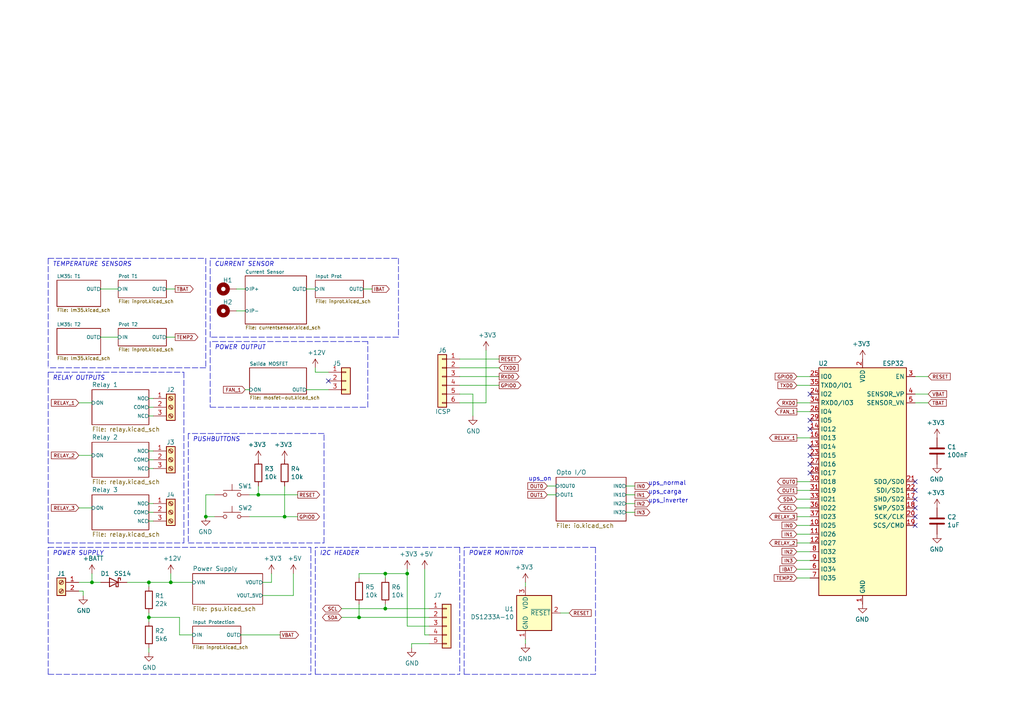
<source format=kicad_sch>
(kicad_sch (version 20211123) (generator eeschema)
  (paper "A4")
  (title_block (title "ESP32 Uninterrupted Power Supply Monitor") (date "2021-06-10") (rev "0.1") (comment 1 "https://github.com/enriquewph/esp32-ups-monitor"))
  (lib_symbols
    (symbol "Connector:Screw_Terminal_01x02" (pin_names (offset 1.016) hide)
      (property "Reference" "J" (at 0 2.54 0))
      (property "Value" "Screw_Terminal_01x02" (at 0 -5.08 0))
      (symbol "Screw_Terminal_01x02_1_1"
        (rectangle (start -1.27 1.27) (end 1.27 -3.81) (stroke (width 0.254)) (fill (type background)))
        (circle (center 0 -2.54) (radius 0.635) (stroke (width 0.1524)))
        (polyline (pts (xy -0.5334 -2.2098) (xy 0.3302 -3.048)) (stroke (width 0.1524)))
        (polyline (pts (xy -0.5334 0.3302) (xy 0.3302 -0.508)) (stroke (width 0.1524)))
        (polyline (pts (xy -0.3556 -2.032) (xy 0.508 -2.8702)) (stroke (width 0.1524)))
        (polyline (pts (xy -0.3556 0.508) (xy 0.508 -0.3302)) (stroke (width 0.1524)))
        (circle (center 0 0) (radius 0.635) (stroke (width 0.1524)))
        (pin passive line (at -5.08 0 0) (length 3.81) (name "Pin_1") (number "1"))
        (pin passive line (at -5.08 -2.54 0) (length 3.81) (name "Pin_2") (number "2"))
      )
    )
    (symbol "Connector:Screw_Terminal_01x03" (pin_names (offset 1.016) hide)
      (property "Reference" "J" (at 0 5.08 0))
      (property "Value" "Screw_Terminal_01x03" (at 0 -5.08 0))
      (symbol "Screw_Terminal_01x03_1_1"
        (rectangle (start -1.27 3.81) (end 1.27 -3.81) (stroke (width 0.254)) (fill (type background)))
        (circle (center 0 -2.54) (radius 0.635) (stroke (width 0.1524)))
        (polyline (pts (xy -0.5334 -2.2098) (xy 0.3302 -3.048)) (stroke (width 0.1524)))
        (polyline (pts (xy -0.5334 0.3302) (xy 0.3302 -0.508)) (stroke (width 0.1524)))
        (polyline (pts (xy -0.5334 2.8702) (xy 0.3302 2.032)) (stroke (width 0.1524)))
        (polyline (pts (xy -0.3556 -2.032) (xy 0.508 -2.8702)) (stroke (width 0.1524)))
        (polyline (pts (xy -0.3556 0.508) (xy 0.508 -0.3302)) (stroke (width 0.1524)))
        (polyline (pts (xy -0.3556 3.048) (xy 0.508 2.2098)) (stroke (width 0.1524)))
        (circle (center 0 0) (radius 0.635) (stroke (width 0.1524)))
        (circle (center 0 2.54) (radius 0.635) (stroke (width 0.1524)))
        (pin passive line (at -5.08 2.54 0) (length 3.81) (name "Pin_1") (number "1"))
        (pin passive line (at -5.08 0 0) (length 3.81) (name "Pin_2") (number "2"))
        (pin passive line (at -5.08 -2.54 0) (length 3.81) (name "Pin_3") (number "3"))
      )
    )
    (symbol "Connector_Generic:Conn_01x03" (pin_names (offset 1.016) hide)
      (property "Reference" "J" (at 0 5.08 0))
      (property "Value" "Conn_01x03" (at 0 -5.08 0))
      (symbol "Conn_01x03_1_1"
        (rectangle (start -1.27 -2.413) (end 0 -2.667) (stroke (width 0.1524)))
        (rectangle (start -1.27 0.127) (end 0 -0.127) (stroke (width 0.1524)))
        (rectangle (start -1.27 2.667) (end 0 2.413) (stroke (width 0.1524)))
        (rectangle (start -1.27 3.81) (end 1.27 -3.81) (stroke (width 0.254)) (fill (type background)))
        (pin passive line (at -5.08 2.54 0) (length 3.81) (name "Pin_1") (number "1"))
        (pin passive line (at -5.08 0 0) (length 3.81) (name "Pin_2") (number "2"))
        (pin passive line (at -5.08 -2.54 0) (length 3.81) (name "Pin_3") (number "3"))
      )
    )
    (symbol "Connector_Generic:Conn_01x05" (pin_names (offset 1.016) hide)
      (property "Reference" "J" (at 0 7.62 0))
      (property "Value" "Conn_01x05" (at 0 -7.62 0))
      (symbol "Conn_01x05_1_1"
        (rectangle (start -1.27 -4.953) (end 0 -5.207) (stroke (width 0.1524)))
        (rectangle (start -1.27 -2.413) (end 0 -2.667) (stroke (width 0.1524)))
        (rectangle (start -1.27 0.127) (end 0 -0.127) (stroke (width 0.1524)))
        (rectangle (start -1.27 2.667) (end 0 2.413) (stroke (width 0.1524)))
        (rectangle (start -1.27 5.207) (end 0 4.953) (stroke (width 0.1524)))
        (rectangle (start -1.27 6.35) (end 1.27 -6.35) (stroke (width 0.254)) (fill (type background)))
        (pin passive line (at -5.08 5.08 0) (length 3.81) (name "Pin_1") (number "1"))
        (pin passive line (at -5.08 2.54 0) (length 3.81) (name "Pin_2") (number "2"))
        (pin passive line (at -5.08 0 0) (length 3.81) (name "Pin_3") (number "3"))
        (pin passive line (at -5.08 -2.54 0) (length 3.81) (name "Pin_4") (number "4"))
        (pin passive line (at -5.08 -5.08 0) (length 3.81) (name "Pin_5") (number "5"))
      )
    )
    (symbol "Connector_Generic:Conn_01x06" (pin_names (offset 1.016) hide)
      (property "Reference" "J" (at 0 7.62 0))
      (property "Value" "Conn_01x06" (at 0 -10.16 0))
      (symbol "Conn_01x06_1_1"
        (rectangle (start -1.27 -7.493) (end 0 -7.747) (stroke (width 0.1524)))
        (rectangle (start -1.27 -4.953) (end 0 -5.207) (stroke (width 0.1524)))
        (rectangle (start -1.27 -2.413) (end 0 -2.667) (stroke (width 0.1524)))
        (rectangle (start -1.27 0.127) (end 0 -0.127) (stroke (width 0.1524)))
        (rectangle (start -1.27 2.667) (end 0 2.413) (stroke (width 0.1524)))
        (rectangle (start -1.27 5.207) (end 0 4.953) (stroke (width 0.1524)))
        (rectangle (start -1.27 6.35) (end 1.27 -8.89) (stroke (width 0.254)) (fill (type background)))
        (pin passive line (at -5.08 5.08 0) (length 3.81) (name "Pin_1") (number "1"))
        (pin passive line (at -5.08 2.54 0) (length 3.81) (name "Pin_2") (number "2"))
        (pin passive line (at -5.08 0 0) (length 3.81) (name "Pin_3") (number "3"))
        (pin passive line (at -5.08 -2.54 0) (length 3.81) (name "Pin_4") (number "4"))
        (pin passive line (at -5.08 -5.08 0) (length 3.81) (name "Pin_5") (number "5"))
        (pin passive line (at -5.08 -7.62 0) (length 3.81) (name "Pin_6") (number "6"))
      )
    )
    (symbol "Device:C" (pin_numbers hide) (pin_names (offset 0.254))
      (property "Reference" "C" (at 0.635 2.54 0))
      (property "Value" "C" (at 0.635 -2.54 0))
      (symbol "C_0_1"
        (polyline (pts (xy -2.032 -0.762) (xy 2.032 -0.762)) (stroke (width 0.508)))
        (polyline (pts (xy -2.032 0.762) (xy 2.032 0.762)) (stroke (width 0.508)))
      )
      (symbol "C_1_1"
        (pin passive line (at 0 3.81 270) (length 2.794) (name "~") (number "1"))
        (pin passive line (at 0 -3.81 90) (length 2.794) (name "~") (number "2"))
      )
    )
    (symbol "Device:R" (pin_numbers hide) (pin_names (offset 0))
      (property "Reference" "R" (at 2.032 0 90))
      (property "Value" "R" (at 0 0 90))
      (symbol "R_0_1"
        (rectangle (start -1.016 -2.54) (end 1.016 2.54) (stroke (width 0.254)))
      )
      (symbol "R_1_1"
        (pin passive line (at 0 3.81 270) (length 1.27) (name "~") (number "1"))
        (pin passive line (at 0 -3.81 90) (length 1.27) (name "~") (number "2"))
      )
    )
    (symbol "Diode:B140-E3" (pin_numbers hide) (pin_names hide)
      (property "Reference" "D" (at 0 2.54 0))
      (property "Value" "B140-E3" (at 0 -2.54 0))
      (symbol "B140-E3_0_1"
        (polyline (pts (xy 1.27 0) (xy -1.27 0)))
        (polyline (pts (xy 1.27 1.27) (xy 1.27 -1.27) (xy -1.27 0) (xy 1.27 1.27)) (stroke (width 0.254)))
        (polyline (pts (xy -1.905 0.635) (xy -1.905 1.27) (xy -1.27 1.27) (xy -1.27 -1.27) (xy -0.635 -1.27) (xy -0.635 -0.635)) (stroke (width 0.254)))
      )
      (symbol "B140-E3_1_1"
        (pin passive line (at -3.81 0 0) (length 2.54) (name "K") (number "1"))
        (pin passive line (at 3.81 0 180) (length 2.54) (name "A") (number "2"))
      )
    )
    (symbol "Mechanical:MountingHole_Pad" (pin_numbers hide) (pin_names (offset 1.016) hide)
      (property "Reference" "H" (at 0 6.35 0))
      (property "Value" "MountingHole_Pad" (at 0 4.445 0))
      (symbol "MountingHole_Pad_0_1"
        (circle (center 0 1.27) (radius 1.27) (stroke (width 1.27)))
      )
      (symbol "MountingHole_Pad_1_1"
        (pin input line (at 0 -2.54 90) (length 2.54) (name "1") (number "1"))
      )
    )
    (symbol "RF_Module:ESP32-WROOM-32"
      (property "Reference" "U" (at -12.7 34.29 0))
      (property "Value" "ESP32-WROOM-32" (at 1.27 34.29 0))
      (symbol "ESP32-WROOM-32_0_1"
        (rectangle (start -12.7 33.02) (end 12.7 -33.02) (stroke (width 0.254)) (fill (type background)))
      )
      (symbol "ESP32-WROOM-32_1_1"
        (pin power_in line (at 0 -35.56 90) (length 2.54) (name "GND") (number "1"))
        (pin bidirectional line (at 15.24 -12.7 180) (length 2.54) (name "IO25") (number "10"))
        (pin bidirectional line (at 15.24 -15.24 180) (length 2.54) (name "IO26") (number "11"))
        (pin bidirectional line (at 15.24 -17.78 180) (length 2.54) (name "IO27") (number "12"))
        (pin bidirectional line (at 15.24 10.16 180) (length 2.54) (name "IO14") (number "13"))
        (pin bidirectional line (at 15.24 15.24 180) (length 2.54) (name "IO12") (number "14"))
        (pin passive line (at 0 -35.56 90) (length 2.54) hide (name "GND") (number "15"))
        (pin bidirectional line (at 15.24 12.7 180) (length 2.54) (name "IO13") (number "16"))
        (pin bidirectional line (at -15.24 -5.08 0) (length 2.54) (name "SHD/SD2") (number "17"))
        (pin bidirectional line (at -15.24 -7.62 0) (length 2.54) (name "SWP/SD3") (number "18"))
        (pin bidirectional line (at -15.24 -12.7 0) (length 2.54) (name "SCS/CMD") (number "19"))
        (pin power_in line (at 0 35.56 270) (length 2.54) (name "VDD") (number "2"))
        (pin bidirectional line (at -15.24 -10.16 0) (length 2.54) (name "SCK/CLK") (number "20"))
        (pin bidirectional line (at -15.24 0 0) (length 2.54) (name "SDO/SD0") (number "21"))
        (pin bidirectional line (at -15.24 -2.54 0) (length 2.54) (name "SDI/SD1") (number "22"))
        (pin bidirectional line (at 15.24 7.62 180) (length 2.54) (name "IO15") (number "23"))
        (pin bidirectional line (at 15.24 25.4 180) (length 2.54) (name "IO2") (number "24"))
        (pin bidirectional line (at 15.24 30.48 180) (length 2.54) (name "IO0") (number "25"))
        (pin bidirectional line (at 15.24 20.32 180) (length 2.54) (name "IO4") (number "26"))
        (pin bidirectional line (at 15.24 5.08 180) (length 2.54) (name "IO16") (number "27"))
        (pin bidirectional line (at 15.24 2.54 180) (length 2.54) (name "IO17") (number "28"))
        (pin bidirectional line (at 15.24 17.78 180) (length 2.54) (name "IO5") (number "29"))
        (pin input line (at -15.24 30.48 0) (length 2.54) (name "EN") (number "3"))
        (pin bidirectional line (at 15.24 0 180) (length 2.54) (name "IO18") (number "30"))
        (pin bidirectional line (at 15.24 -2.54 180) (length 2.54) (name "IO19") (number "31"))
        (pin no_connect line (at -12.7 -27.94 0) (length 2.54) hide (name "NC") (number "32"))
        (pin bidirectional line (at 15.24 -5.08 180) (length 2.54) (name "IO21") (number "33"))
        (pin bidirectional line (at 15.24 22.86 180) (length 2.54) (name "RXD0/IO3") (number "34"))
        (pin bidirectional line (at 15.24 27.94 180) (length 2.54) (name "TXD0/IO1") (number "35"))
        (pin bidirectional line (at 15.24 -7.62 180) (length 2.54) (name "IO22") (number "36"))
        (pin bidirectional line (at 15.24 -10.16 180) (length 2.54) (name "IO23") (number "37"))
        (pin passive line (at 0 -35.56 90) (length 2.54) hide (name "GND") (number "38"))
        (pin passive line (at 0 -35.56 90) (length 2.54) hide (name "GND") (number "39"))
        (pin input line (at -15.24 25.4 0) (length 2.54) (name "SENSOR_VP") (number "4"))
        (pin input line (at -15.24 22.86 0) (length 2.54) (name "SENSOR_VN") (number "5"))
        (pin input line (at 15.24 -25.4 180) (length 2.54) (name "IO34") (number "6"))
        (pin input line (at 15.24 -27.94 180) (length 2.54) (name "IO35") (number "7"))
        (pin bidirectional line (at 15.24 -20.32 180) (length 2.54) (name "IO32") (number "8"))
        (pin bidirectional line (at 15.24 -22.86 180) (length 2.54) (name "IO33") (number "9"))
      )
    )
    (symbol "Switch:SW_Push" (pin_numbers hide) (pin_names (offset 1.016) hide)
      (property "Reference" "SW" (at 1.27 2.54 0))
      (property "Value" "SW_Push" (at 0 -1.524 0))
      (symbol "SW_Push_0_1"
        (circle (center -2.032 0) (radius 0.508))
        (polyline (pts (xy 0 1.27) (xy 0 3.048)))
        (polyline (pts (xy 2.54 1.27) (xy -2.54 1.27)))
        (circle (center 2.032 0) (radius 0.508))
        (pin passive line (at -5.08 0 0) (length 2.54) (name "1") (number "1"))
        (pin passive line (at 5.08 0 180) (length 2.54) (name "2") (number "2"))
      )
    )
    (symbol "components:DS1233" (pin_names (offset 0.254))
      (property "Reference" "U" (at 2.54 8.89 0))
      (property "Value" "DS1233" (at 2.54 6.35 0))
      (symbol "DS1233_0_1"
        (rectangle (start -2.54 5.08) (end 7.62 -5.08) (stroke (width 0.254)) (fill (type background)))
      )
      (symbol "DS1233_1_1"
        (pin power_in line (at 0 -7.62 90) (length 2.54) (name "GND") (number "1"))
        (pin open_collector line (at 10.16 0 180) (length 2.54) (name "~{RESET}") (number "2"))
        (pin power_in line (at 0 7.62 270) (length 2.54) (name "VDD") (number "3"))
      )
    )
    (symbol "power:+12V" (power) (pin_names (offset 0))
      (property "Value" "+12V" (at 0 3.556 0))
      (symbol "+12V_0_1"
        (polyline (pts (xy -0.762 1.27) (xy 0 2.54)))
        (polyline (pts (xy 0 0) (xy 0 2.54)))
        (polyline (pts (xy 0 2.54) (xy 0.762 1.27)))
      )
      (symbol "+12V_1_1"
        (pin power_in line (at 0 0 90) (length 0) hide (name "+12V") (number "1"))
      )
    )
    (symbol "power:+3V3" (power) (pin_names (offset 0))
      (property "Value" "+3V3" (at 0 3.556 0))
      (symbol "+3V3_0_1"
        (polyline (pts (xy -0.762 1.27) (xy 0 2.54)))
        (polyline (pts (xy 0 0) (xy 0 2.54)))
        (polyline (pts (xy 0 2.54) (xy 0.762 1.27)))
      )
      (symbol "+3V3_1_1"
        (pin power_in line (at 0 0 90) (length 0) hide (name "+3V3") (number "1"))
      )
    )
    (symbol "power:+5V" (power) (pin_names (offset 0))
      (property "Value" "+5V" (at 0 3.556 0))
      (symbol "+5V_0_1"
        (polyline (pts (xy -0.762 1.27) (xy 0 2.54)))
        (polyline (pts (xy 0 0) (xy 0 2.54)))
        (polyline (pts (xy 0 2.54) (xy 0.762 1.27)))
      )
      (symbol "+5V_1_1"
        (pin power_in line (at 0 0 90) (length 0) hide (name "+5V") (number "1"))
      )
    )
    (symbol "power:+BATT" (power) (pin_names (offset 0))
      (property "Value" "+BATT" (at 0 3.556 0))
      (symbol "+BATT_0_1"
        (polyline (pts (xy -0.762 1.27) (xy 0 2.54)))
        (polyline (pts (xy 0 0) (xy 0 2.54)))
        (polyline (pts (xy 0 2.54) (xy 0.762 1.27)))
      )
      (symbol "+BATT_1_1"
        (pin power_in line (at 0 0 90) (length 0) hide (name "+BATT") (number "1"))
      )
    )
    (symbol "power:GND" (power) (pin_names (offset 0))
      (property "Value" "GND" (at 0 -3.81 0))
      (symbol "GND_0_1"
        (polyline (pts (xy 0 0) (xy 0 -1.27) (xy 1.27 -1.27) (xy 0 -2.54) (xy -1.27 -1.27) (xy 0 -1.27)))
      )
      (symbol "GND_1_1"
        (pin power_in line (at 0 0 270) (length 0) hide (name "GND") (number "1"))
      )
    )
  )
  (junction (at 82.55 149.86))
  (junction (at 43.18 168.91))
  (junction (at 49.53 168.91))
  (junction (at 43.18 179.07))
  (junction (at 118.11 166.37))
  (junction (at 104.14 179.07))
  (junction (at 74.93 143.51))
  (junction (at 111.76 176.53))
  (junction (at 26.67 168.91))
  (junction (at 111.76 166.37))
  (junction (at 59.69 149.86))
  (no_connect (at 234.95 137.16))
  (no_connect (at 265.43 142.24))
  (no_connect (at 234.95 121.92))
  (no_connect (at 265.43 139.7))
  (no_connect (at 265.43 149.86))
  (no_connect (at 234.95 114.3))
  (no_connect (at 265.43 147.32))
  (no_connect (at 265.43 152.4))
  (no_connect (at 234.95 134.62))
  (no_connect (at 234.95 132.08))
  (no_connect (at 234.95 129.54))
  (no_connect (at 234.95 124.46))
  (no_connect (at 265.43 144.78))
  (no_connect (at 95.25 110.49))
  (wire (pts (xy 231.14 162.56) (xy 234.95 162.56)))
  (wire (pts (xy 123.19 184.15) (xy 124.46 184.15)))
  (wire (pts (xy 231.14 144.78) (xy 234.95 144.78)))
  (wire (pts (xy 22.86 116.84) (xy 26.67 116.84)))
  (polyline (pts (xy 59.69 106.68) (xy 13.97 106.68)))
  (wire (pts (xy 231.14 147.32) (xy 234.95 147.32)))
  (wire (pts (xy 43.18 120.65) (xy 44.45 120.65)))
  (wire (pts (xy 231.14 160.02) (xy 234.95 160.02)))
  (polyline (pts (xy 13.97 74.93) (xy 13.97 106.68)))
  (wire (pts (xy 152.4 168.91) (xy 152.4 170.18)))
  (wire (pts (xy 118.11 166.37) (xy 118.11 165.1)))
  (wire (pts (xy 68.58 90.17) (xy 71.12 90.17)))
  (wire (pts (xy 78.74 168.91) (xy 76.2 168.91)))
  (wire (pts (xy 36.83 168.91) (xy 43.18 168.91)))
  (wire (pts (xy 111.76 175.26) (xy 111.76 176.53)))
  (wire (pts (xy 133.35 106.68) (xy 144.78 106.68)))
  (wire (pts (xy 71.12 113.03) (xy 72.39 113.03)))
  (wire (pts (xy 52.07 184.15) (xy 52.07 179.07)))
  (wire (pts (xy 91.44 106.68) (xy 91.44 107.95)))
  (polyline (pts (xy 60.96 118.11) (xy 106.68 118.11)))
  (wire (pts (xy 59.69 143.51) (xy 62.23 143.51)))
  (wire (pts (xy 29.21 83.82) (xy 34.29 83.82)))
  (polyline (pts (xy 13.97 107.95) (xy 53.34 107.95)))
  (polyline (pts (xy 60.96 74.93) (xy 115.57 74.93)))
  (polyline (pts (xy 133.35 158.75) (xy 91.44 158.75)))
  (wire (pts (xy 231.14 165.1) (xy 234.95 165.1)))
  (wire (pts (xy 231.14 167.64) (xy 234.95 167.64)))
  (wire (pts (xy 86.36 149.86) (xy 82.55 149.86)))
  (wire (pts (xy 43.18 115.57) (xy 44.45 115.57)))
  (polyline (pts (xy 115.57 74.93) (xy 115.57 97.79)))
  (wire (pts (xy 118.11 181.61) (xy 124.46 181.61)))
  (wire (pts (xy 133.35 116.84) (xy 140.97 116.84)))
  (wire (pts (xy 119.38 187.96) (xy 119.38 186.69)))
  (polyline (pts (xy 172.72 158.75) (xy 172.72 195.58)))
  (wire (pts (xy 231.14 152.4) (xy 234.95 152.4)))
  (wire (pts (xy 234.95 127) (xy 231.14 127)))
  (polyline (pts (xy 133.35 158.75) (xy 133.35 195.58)))
  (wire (pts (xy 104.14 179.07) (xy 124.46 179.07)))
  (polyline (pts (xy 134.62 195.58) (xy 134.62 158.75)))
  (wire (pts (xy 43.18 168.91) (xy 49.53 168.91)))
  (wire (pts (xy 85.09 166.37) (xy 85.09 172.72)))
  (wire (pts (xy 265.43 116.84) (xy 269.24 116.84)))
  (polyline (pts (xy 115.57 97.79) (xy 60.96 97.79)))
  (polyline (pts (xy 13.97 157.48) (xy 53.34 157.48)))
  (wire (pts (xy 231.14 154.94) (xy 234.95 154.94)))
  (wire (pts (xy 123.19 165.1) (xy 123.19 184.15)))
  (wire (pts (xy 181.61 140.97) (xy 184.15 140.97)))
  (wire (pts (xy 137.16 114.3) (xy 137.16 120.65)))
  (wire (pts (xy 104.14 175.26) (xy 104.14 179.07)))
  (polyline (pts (xy 13.97 74.93) (xy 59.69 74.93)))
  (wire (pts (xy 231.14 139.7) (xy 234.95 139.7)))
  (wire (pts (xy 43.18 177.8) (xy 43.18 179.07)))
  (wire (pts (xy 43.18 118.11) (xy 44.45 118.11)))
  (wire (pts (xy 88.9 113.03) (xy 95.25 113.03)))
  (wire (pts (xy 133.35 114.3) (xy 137.16 114.3)))
  (wire (pts (xy 43.18 189.23) (xy 43.18 187.96)))
  (wire (pts (xy 133.35 104.14) (xy 144.78 104.14)))
  (wire (pts (xy 99.06 176.53) (xy 111.76 176.53)))
  (wire (pts (xy 22.86 147.32) (xy 26.67 147.32)))
  (polyline (pts (xy 93.98 125.73) (xy 54.61 125.73)))
  (polyline (pts (xy 13.97 158.75) (xy 90.17 158.75)))
  (wire (pts (xy 52.07 179.07) (xy 43.18 179.07)))
  (polyline (pts (xy 106.68 118.11) (xy 106.68 99.06)))
  (wire (pts (xy 43.18 146.05) (xy 44.45 146.05)))
  (wire (pts (xy 111.76 167.64) (xy 111.76 166.37)))
  (wire (pts (xy 22.86 168.91) (xy 26.67 168.91)))
  (wire (pts (xy 231.14 119.38) (xy 234.95 119.38)))
  (wire (pts (xy 119.38 186.69) (xy 124.46 186.69)))
  (wire (pts (xy 181.61 148.59) (xy 184.15 148.59)))
  (polyline (pts (xy 60.96 97.79) (xy 60.96 74.93)))
  (wire (pts (xy 81.28 184.15) (xy 69.85 184.15)))
  (polyline (pts (xy 54.61 157.48) (xy 93.98 157.48)))
  (wire (pts (xy 269.24 109.22) (xy 265.43 109.22)))
  (wire (pts (xy 181.61 143.51) (xy 184.15 143.51)))
  (wire (pts (xy 43.18 148.59) (xy 44.45 148.59)))
  (wire (pts (xy 158.75 143.51) (xy 161.29 143.51)))
  (wire (pts (xy 269.24 114.3) (xy 265.43 114.3)))
  (wire (pts (xy 43.18 133.35) (xy 44.45 133.35)))
  (wire (pts (xy 133.35 111.76) (xy 144.78 111.76)))
  (wire (pts (xy 59.69 149.86) (xy 59.69 143.51)))
  (polyline (pts (xy 134.62 158.75) (xy 172.72 158.75)))
  (wire (pts (xy 68.58 83.82) (xy 71.12 83.82)))
  (wire (pts (xy 104.14 166.37) (xy 111.76 166.37)))
  (wire (pts (xy 140.97 116.84) (xy 140.97 101.6)))
  (wire (pts (xy 49.53 166.37) (xy 49.53 168.91)))
  (wire (pts (xy 43.18 135.89) (xy 44.45 135.89)))
  (wire (pts (xy 24.13 171.45) (xy 24.13 172.72)))
  (polyline (pts (xy 13.97 195.58) (xy 90.17 195.58)))
  (wire (pts (xy 105.41 83.82) (xy 107.95 83.82)))
  (wire (pts (xy 104.14 167.64) (xy 104.14 166.37)))
  (polyline (pts (xy 53.34 107.95) (xy 53.34 157.48)))
  (polyline (pts (xy 90.17 158.75) (xy 90.17 195.58)))
  (polyline (pts (xy 106.68 99.06) (xy 60.96 99.06)))
  (wire (pts (xy 231.14 111.76) (xy 234.95 111.76)))
  (polyline (pts (xy 91.44 195.58) (xy 133.35 195.58)))
  (wire (pts (xy 165.1 177.8) (xy 162.56 177.8)))
  (wire (pts (xy 231.14 142.24) (xy 234.95 142.24)))
  (polyline (pts (xy 59.69 74.93) (xy 59.69 106.68)))
  (polyline (pts (xy 60.96 99.06) (xy 60.96 118.11)))
  (wire (pts (xy 26.67 166.37) (xy 26.67 168.91)))
  (wire (pts (xy 43.18 170.18) (xy 43.18 168.91)))
  (polyline (pts (xy 93.98 157.48) (xy 93.98 125.73)))
  (wire (pts (xy 74.93 140.97) (xy 74.93 143.51)))
  (wire (pts (xy 43.18 130.81) (xy 44.45 130.81)))
  (wire (pts (xy 29.21 97.79) (xy 34.29 97.79)))
  (wire (pts (xy 91.44 83.82) (xy 88.9 83.82)))
  (wire (pts (xy 43.18 151.13) (xy 44.45 151.13)))
  (wire (pts (xy 48.26 83.82) (xy 50.8 83.82)))
  (wire (pts (xy 85.09 172.72) (xy 76.2 172.72)))
  (wire (pts (xy 231.14 149.86) (xy 234.95 149.86)))
  (wire (pts (xy 22.86 132.08) (xy 26.67 132.08)))
  (wire (pts (xy 111.76 166.37) (xy 118.11 166.37)))
  (wire (pts (xy 231.14 109.22) (xy 234.95 109.22)))
  (wire (pts (xy 72.39 149.86) (xy 82.55 149.86)))
  (wire (pts (xy 55.88 184.15) (xy 52.07 184.15)))
  (wire (pts (xy 43.18 179.07) (xy 43.18 180.34)))
  (wire (pts (xy 118.11 166.37) (xy 118.11 181.61)))
  (wire (pts (xy 26.67 168.91) (xy 29.21 168.91)))
  (polyline (pts (xy 134.62 195.58) (xy 172.72 195.58)))
  (wire (pts (xy 48.26 97.79) (xy 50.8 97.79)))
  (wire (pts (xy 78.74 166.37) (xy 78.74 168.91)))
  (polyline (pts (xy 13.97 195.58) (xy 13.97 158.75)))
  (wire (pts (xy 133.35 109.22) (xy 144.78 109.22)))
  (wire (pts (xy 91.44 107.95) (xy 95.25 107.95)))
  (wire (pts (xy 59.69 149.86) (xy 62.23 149.86)))
  (wire (pts (xy 231.14 157.48) (xy 234.95 157.48)))
  (polyline (pts (xy 54.61 125.73) (xy 54.61 157.48)))
  (wire (pts (xy 86.36 143.51) (xy 74.93 143.51)))
  (polyline (pts (xy 91.44 195.58) (xy 91.44 158.75)))
  (wire (pts (xy 152.4 186.69) (xy 152.4 185.42)))
  (wire (pts (xy 49.53 168.91) (xy 55.88 168.91)))
  (wire (pts (xy 231.14 116.84) (xy 234.95 116.84)))
  (wire (pts (xy 181.61 146.05) (xy 184.15 146.05)))
  (wire (pts (xy 22.86 171.45) (xy 24.13 171.45)))
  (wire (pts (xy 111.76 176.53) (xy 124.46 176.53)))
  (polyline (pts (xy 13.97 157.48) (xy 13.97 107.95)))
  (wire (pts (xy 99.06 179.07) (xy 104.14 179.07)))
  (wire (pts (xy 158.75 140.97) (xy 161.29 140.97)))
  (wire (pts (xy 82.55 149.86) (xy 82.55 140.97)))
  (wire (pts (xy 74.93 143.51) (xy 72.39 143.51)))
  (text "POWER SUPPLY" (at 15.24 161.29 0) (effects (font (size 1.27 1.27) italic) (justify left bottom)))
  (text "I2C HEADER" (at 92.71 161.29 0) (effects (font (size 1.27 1.27) italic) (justify left bottom)))
  (text "ups_normal" (at 187.96 140.97 0) (effects (font (size 1.27 1.27)) (justify left bottom)))
  (text "PUSHBUTTONS" (at 55.88 128.27 0) (effects (font (size 1.27 1.27) italic) (justify left bottom)))
  (text "POWER OUTPUT" (at 62.23 101.6 0) (effects (font (size 1.27 1.27) italic) (justify left bottom)))
  (text "ups_carga" (at 187.96 143.51 0) (effects (font (size 1.27 1.27)) (justify left bottom)))
  (text "ups_on" (at 160.02 139.7 180) (effects (font (size 1.27 1.27)) (justify right bottom)))
  (text "POWER MONITOR" (at 135.89 161.29 0) (effects (font (size 1.27 1.27) italic) (justify left bottom)))
  (text "RELAY OUTPUTS" (at 15.24 110.49 0) (effects (font (size 1.27 1.27) italic) (justify left bottom)))
  (text "ups_inverter" (at 187.96 146.05 0) (effects (font (size 1.27 1.27)) (justify left bottom)))
  (text "CURRENT SENSOR" (at 62.23 77.47 0) (effects (font (size 1.27 1.27) italic) (justify left bottom)))
  (text "TEMPERATURE SENSORS" (at 15.24 77.47 0) (effects (font (size 1.27 1.27) italic) (justify left bottom)))
  (global_label "RELAY_1" (shape input) (at 22.86 116.84 180) (effects (font (size 0.9906 0.9906))) (property "Intersheet References" "${INTERSHEET_REFS}" (effects hide)))
  (global_label "FAN_1" (shape input) (at 71.12 113.03 180) (effects (font (size 0.9906 0.9906))) (property "Intersheet References" "${INTERSHEET_REFS}" (effects hide)))
  (global_label "IN3" (shape input) (at 231.14 162.56 180) (effects (font (size 0.9906 0.9906))) (property "Intersheet References" "${INTERSHEET_REFS}" (effects hide)))
  (global_label "IBAT" (shape input) (at 231.14 165.1 180) (effects (font (size 0.9906 0.9906))) (property "Intersheet References" "${INTERSHEET_REFS}" (effects hide)))
  (global_label "SDA" (shape bidirectional) (at 231.14 144.78 180) (effects (font (size 0.9906 0.9906))) (property "Intersheet References" "${INTERSHEET_REFS}" (effects hide)))
  (global_label "IN2" (shape output) (at 184.15 146.05 0) (effects (font (size 0.9906 0.9906))) (property "Intersheet References" "${INTERSHEET_REFS}" (effects hide)))
  (global_label "OUT0" (shape output) (at 231.14 139.7 180) (effects (font (size 0.9906 0.9906))) (property "Intersheet References" "${INTERSHEET_REFS}" (effects hide)))
  (global_label "RESET" (shape output) (at 86.36 143.51 0) (effects (font (size 0.9906 0.9906))) (property "Intersheet References" "${INTERSHEET_REFS}" (effects hide)))
  (global_label "RELAY_2" (shape input) (at 22.86 132.08 180) (effects (font (size 0.9906 0.9906))) (property "Intersheet References" "${INTERSHEET_REFS}" (effects hide)))
  (global_label "TXD0" (shape input) (at 144.78 106.68 0) (effects (font (size 0.9906 0.9906))) (property "Intersheet References" "${INTERSHEET_REFS}" (effects hide)))
  (global_label "TEMP2" (shape output) (at 50.8 97.79 0) (effects (font (size 0.9906 0.9906))) (property "Intersheet References" "${INTERSHEET_REFS}" (effects hide)))
  (global_label "OUT1" (shape output) (at 231.14 142.24 180) (effects (font (size 0.9906 0.9906))) (property "Intersheet References" "${INTERSHEET_REFS}" (effects hide)))
  (global_label "TXD0" (shape input) (at 231.14 111.76 180) (effects (font (size 0.9906 0.9906))) (property "Intersheet References" "${INTERSHEET_REFS}" (effects hide)))
  (global_label "GPIO0" (shape input) (at 231.14 109.22 180) (effects (font (size 0.9906 0.9906))) (property "Intersheet References" "${INTERSHEET_REFS}" (effects hide)))
  (global_label "SCL" (shape bidirectional) (at 99.06 176.53 180) (effects (font (size 0.9906 0.9906))) (property "Intersheet References" "${INTERSHEET_REFS}" (effects hide)))
  (global_label "IN0" (shape input) (at 231.14 152.4 180) (effects (font (size 0.9906 0.9906))) (property "Intersheet References" "${INTERSHEET_REFS}" (effects hide)))
  (global_label "GPIO0" (shape output) (at 86.36 149.86 0) (effects (font (size 0.9906 0.9906))) (property "Intersheet References" "${INTERSHEET_REFS}" (effects hide)))
  (global_label "TEMP2" (shape input) (at 231.14 167.64 180) (effects (font (size 0.9906 0.9906))) (property "Intersheet References" "${INTERSHEET_REFS}" (effects hide)))
  (global_label "TBAT" (shape output) (at 50.8 83.82 0) (effects (font (size 0.9906 0.9906))) (property "Intersheet References" "${INTERSHEET_REFS}" (effects hide)))
  (global_label "OUT0" (shape input) (at 158.75 140.97 180) (effects (font (size 0.9906 0.9906))) (property "Intersheet References" "${INTERSHEET_REFS}" (effects hide)))
  (global_label "SDA" (shape bidirectional) (at 99.06 179.07 180) (effects (font (size 0.9906 0.9906))) (property "Intersheet References" "${INTERSHEET_REFS}" (effects hide)))
  (global_label "IN3" (shape output) (at 184.15 148.59 0) (effects (font (size 0.9906 0.9906))) (property "Intersheet References" "${INTERSHEET_REFS}" (effects hide)))
  (global_label "GPIO0" (shape output) (at 144.78 111.76 0) (effects (font (size 0.9906 0.9906))) (property "Intersheet References" "${INTERSHEET_REFS}" (effects hide)))
  (global_label "IN2" (shape input) (at 231.14 160.02 180) (effects (font (size 0.9906 0.9906))) (property "Intersheet References" "${INTERSHEET_REFS}" (effects hide)))
  (global_label "OUT1" (shape input) (at 158.75 143.51 180) (effects (font (size 0.9906 0.9906))) (property "Intersheet References" "${INTERSHEET_REFS}" (effects hide)))
  (global_label "RESET" (shape input) (at 269.24 109.22 0) (effects (font (size 0.9906 0.9906))) (property "Intersheet References" "${INTERSHEET_REFS}" (effects hide)))
  (global_label "IN0" (shape output) (at 184.15 140.97 0) (effects (font (size 0.9906 0.9906))) (property "Intersheet References" "${INTERSHEET_REFS}" (effects hide)))
  (global_label "RXD0" (shape output) (at 231.14 116.84 180) (effects (font (size 0.9906 0.9906))) (property "Intersheet References" "${INTERSHEET_REFS}" (effects hide)))
  (global_label "RELAY_2" (shape output) (at 231.14 157.48 180) (effects (font (size 0.9906 0.9906))) (property "Intersheet References" "${INTERSHEET_REFS}" (effects hide)))
  (global_label "RELAY_3" (shape input) (at 22.86 147.32 180) (effects (font (size 0.9906 0.9906))) (property "Intersheet References" "${INTERSHEET_REFS}" (effects hide)))
  (global_label "RELAY_3" (shape output) (at 231.14 149.86 180) (effects (font (size 0.9906 0.9906))) (property "Intersheet References" "${INTERSHEET_REFS}" (effects hide)))
  (global_label "RESET" (shape output) (at 144.78 104.14 0) (effects (font (size 0.9906 0.9906))) (property "Intersheet References" "${INTERSHEET_REFS}" (effects hide)))
  (global_label "IBAT" (shape output) (at 107.95 83.82 0) (effects (font (size 0.9906 0.9906))) (property "Intersheet References" "${INTERSHEET_REFS}" (effects hide)))
  (global_label "VBAT" (shape output) (at 81.28 184.15 0) (effects (font (size 0.9906 0.9906))) (property "Intersheet References" "${INTERSHEET_REFS}" (effects hide)))
  (global_label "VBAT" (shape input) (at 269.24 114.3 0) (effects (font (size 0.9906 0.9906))) (property "Intersheet References" "${INTERSHEET_REFS}" (effects hide)))
  (global_label "RXD0" (shape output) (at 144.78 109.22 0) (effects (font (size 0.9906 0.9906))) (property "Intersheet References" "${INTERSHEET_REFS}" (effects hide)))
  (global_label "RELAY_1" (shape output) (at 231.14 127 180) (effects (font (size 0.9906 0.9906))) (property "Intersheet References" "${INTERSHEET_REFS}" (effects hide)))
  (global_label "TBAT" (shape input) (at 269.24 116.84 0) (effects (font (size 0.9906 0.9906))) (property "Intersheet References" "${INTERSHEET_REFS}" (effects hide)))
  (global_label "IN1" (shape output) (at 184.15 143.51 0) (effects (font (size 0.9906 0.9906))) (property "Intersheet References" "${INTERSHEET_REFS}" (effects hide)))
  (global_label "IN1" (shape input) (at 231.14 154.94 180) (effects (font (size 0.9906 0.9906))) (property "Intersheet References" "${INTERSHEET_REFS}" (effects hide)))
  (global_label "FAN_1" (shape output) (at 231.14 119.38 180) (effects (font (size 0.9906 0.9906))) (property "Intersheet References" "${INTERSHEET_REFS}" (effects hide)))
  (global_label "SCL" (shape bidirectional) (at 231.14 147.32 180) (effects (font (size 0.9906 0.9906))) (property "Intersheet References" "${INTERSHEET_REFS}" (effects hide)))
  (global_label "RESET" (shape input) (at 165.1 177.8 0) (effects (font (size 0.9906 0.9906))) (property "Intersheet References" "${INTERSHEET_REFS}" (effects hide)))
  (symbol (lib_id "power:GND") (at 250.19 175.26 0) (mirror y) (unit 1)
    (property "Reference" "#PWR019" (effects hide))
    (property "Value" "GND" (at 250.063 179.6542 0))
  )
  (symbol (lib_id "power:+3V3") (at 250.19 104.14 0) (mirror y) (unit 1)
    (property "Reference" "#PWR018" (effects hide))
    (property "Value" "+3V3" (at 249.809 99.7458 0))
  )
  (symbol (lib_id "Connector_Generic:Conn_01x05") (at 129.54 181.61 0) (unit 1)
    (property "Reference" "J7" (at 125.73 172.72 0) (effects (justify left)))
    (property "Value" "Conn_01x05" (effects hide))
    (property "Footprint" "Connector_Molex:Molex_KK-254_AE-6410-05A_1x05_P2.54mm_Vertical" (effects hide))
    (property "Datasheet" "https://app.adam-tech.com/products/download/data_sheet/196588/lha-xx-ts-data-sheet.pdf" (effects hide))
    (property "manf#" "LHA-05-TS" (effects hide))
  )
  (symbol (lib_id "power:+5V") (at 123.19 165.1 0) (unit 1)
    (property "Reference" "#PWR013" (effects hide))
    (property "Value" "+5V" (at 123.571 160.7058 0))
  )
  (symbol (lib_id "Device:C") (at 271.78 130.81 0) (unit 1)
    (property "Reference" "C1" (at 274.701 129.6416 0) (effects (justify left)))
    (property "Value" "100nF" (at 274.701 131.953 0) (effects (justify left)))
    (property "Footprint" "Capacitor_SMD:C_1206_3216Metric_Pad1.33x1.80mm_HandSolder" (effects hide))
    (property "Datasheet" "https://www.yageo.com/upload/media/product/productsearch/datasheet/mlcc/UPY-GPHC_X7R_6.3V-to-50V_18.pdf" (effects hide))
    (property "Voltage" "50V" (effects hide))
    (property "manf#" "CC1206KRX7R9BB104" (effects hide))
  )
  (symbol (lib_id "power:GND") (at 271.78 134.62 0) (mirror y) (unit 1)
    (property "Reference" "#PWR021" (effects hide))
    (property "Value" "GND" (at 271.653 139.0142 0))
  )
  (symbol (lib_id "Diode:B140-E3") (at 33.02 168.91 0) (mirror y) (unit 1)
    (property "Reference" "D1" (at 30.48 166.37 0))
    (property "Value" "SS14" (at 35.56 166.37 0))
    (property "Footprint" "Diode_SMD:D_SMA_Handsoldering" (effects hide))
    (property "Datasheet" "https://www.onsemi.com/pdf/datasheet/ss19-d.pdf" (effects hide))
    (property "manf#" "SS14" (effects hide))
  )
  (symbol (lib_id "power:GND") (at 119.38 187.96 0) (unit 1)
    (property "Reference" "#PWR012" (effects hide))
    (property "Value" "GND" (at 119.507 192.3542 0))
  )
  (symbol (lib_id "power:+3V3") (at 118.11 165.1 0) (unit 1)
    (property "Reference" "#PWR011" (effects hide))
    (property "Value" "+3V3" (at 118.491 160.7058 0))
  )
  (symbol (lib_id "Device:R") (at 111.76 171.45 0) (unit 1)
    (property "Reference" "R6" (at 113.538 170.2816 0) (effects (justify left)))
    (property "Value" "10k" (at 113.538 172.593 0) (effects (justify left)))
    (property "Footprint" "Resistor_SMD:R_1206_3216Metric" (effects hide))
    (property "Datasheet" "https://www.yageo.com/upload/media/product/productsearch/datasheet/rchip/PYu-RC_Group_51_RoHS_L_11.pdf" (effects hide))
    (property "manf#" "RC1206FR-0710KL" (effects hide))
  )
  (symbol (lib_id "Device:R") (at 104.14 171.45 0) (unit 1)
    (property "Reference" "R5" (at 105.918 170.2816 0) (effects (justify left)))
    (property "Value" "10k" (at 105.918 172.593 0) (effects (justify left)))
    (property "Footprint" "Resistor_SMD:R_1206_3216Metric" (effects hide))
    (property "Datasheet" "https://www.yageo.com/upload/media/product/productsearch/datasheet/rchip/PYu-RC_Group_51_RoHS_L_11.pdf" (effects hide))
    (property "manf#" "RC1206FR-0710KL" (effects hide))
  )
  (symbol (lib_id "power:GND") (at 59.69 149.86 0) (mirror y) (unit 1)
    (property "Reference" "#PWR05" (effects hide))
    (property "Value" "GND" (at 59.563 154.2542 0))
  )
  (symbol (lib_id "Switch:SW_Push") (at 67.31 149.86 0) (unit 1)
    (property "Reference" "SW2" (at 71.12 147.32 0))
    (property "Value" "SW_Push" (effects hide))
    (property "Footprint" "Button_Switch_THT:SW_PUSH_6mm" (effects hide))
    (property "Datasheet" "https://www.te.com/commerce/DocumentDelivery/DDEController?Action=srchrtrv&DocNm=1825910&DocType=Customer+Drawing&DocLang=English" (effects hide))
    (property "manf#" "1-1825910-0" (effects hide))
  )
  (symbol (lib_id "Switch:SW_Push") (at 67.31 143.51 0) (unit 1)
    (property "Reference" "SW1" (at 71.12 140.97 0))
    (property "Value" "SW_Push" (effects hide))
    (property "Footprint" "Button_Switch_THT:SW_PUSH_6mm" (effects hide))
    (property "Datasheet" "https://www.te.com/commerce/DocumentDelivery/DDEController?Action=srchrtrv&DocNm=1825910&DocType=Customer+Drawing&DocLang=English" (effects hide))
    (property "manf#" "1-1825910-0" (effects hide))
  )
  (symbol (lib_id "Device:R") (at 74.93 137.16 0) (unit 1)
    (property "Reference" "R3" (at 76.708 135.9916 0) (effects (justify left)))
    (property "Value" "10k" (at 76.708 138.303 0) (effects (justify left)))
    (property "Footprint" "Resistor_SMD:R_1206_3216Metric" (effects hide))
    (property "Datasheet" "https://www.yageo.com/upload/media/product/productsearch/datasheet/rchip/PYu-RC_Group_51_RoHS_L_11.pdf" (effects hide))
    (property "manf#" "RC1206FR-0710KL" (effects hide))
  )
  (symbol (lib_id "Device:R") (at 82.55 137.16 0) (unit 1)
    (property "Reference" "R4" (at 84.328 135.9916 0) (effects (justify left)))
    (property "Value" "10k" (at 84.328 138.303 0) (effects (justify left)))
    (property "Footprint" "Resistor_SMD:R_1206_3216Metric" (effects hide))
    (property "Datasheet" "https://www.yageo.com/upload/media/product/productsearch/datasheet/rchip/PYu-RC_Group_51_RoHS_L_11.pdf" (effects hide))
    (property "manf#" "RC1206FR-0710KL" (effects hide))
  )
  (symbol (lib_id "power:+3V3") (at 74.93 133.35 0) (mirror y) (unit 1)
    (property "Reference" "#PWR06" (effects hide))
    (property "Value" "+3V3" (at 74.549 128.9558 0))
  )
  (symbol (lib_id "power:+3V3") (at 82.55 133.35 0) (mirror y) (unit 1)
    (property "Reference" "#PWR08" (effects hide))
    (property "Value" "+3V3" (at 82.169 128.9558 0))
  )
  (symbol (lib_id "Device:R") (at 43.18 173.99 0) (unit 1)
    (property "Reference" "R1" (at 44.958 172.8216 0) (effects (justify left)))
    (property "Value" "22k" (at 44.958 175.133 0) (effects (justify left)))
    (property "Footprint" "Resistor_SMD:R_1206_3216Metric" (effects hide))
    (property "Datasheet" "https://www.yageo.com/upload/media/product/productsearch/datasheet/rchip/PYu-RC_Group_51_RoHS_L_11.pdf" (effects hide))
    (property "manf#" "RC1206FR-0722KL" (effects hide))
  )
  (symbol (lib_id "Device:R") (at 43.18 184.15 0) (unit 1)
    (property "Reference" "R2" (at 44.958 182.9816 0) (effects (justify left)))
    (property "Value" "5k6" (at 44.958 185.293 0) (effects (justify left)))
    (property "Footprint" "Resistor_SMD:R_1206_3216Metric" (effects hide))
    (property "Datasheet" "https://www.yageo.com/upload/media/product/productsearch/datasheet/rchip/PYu-RC_Group_51_RoHS_L_11.pdf" (effects hide))
    (property "manf#" "RC1206FR-075K6L" (effects hide))
  )
  (symbol (lib_id "power:GND") (at 43.18 189.23 0) (unit 1)
    (property "Reference" "#PWR03" (effects hide))
    (property "Value" "GND" (at 43.307 193.6242 0))
  )
  (symbol (lib_id "power:+3V3") (at 78.74 166.37 0) (unit 1)
    (property "Reference" "#PWR07" (effects hide))
    (property "Value" "+3V3" (at 79.121 161.9758 0))
  )
  (symbol (lib_id "Connector:Screw_Terminal_01x02") (at 17.78 168.91 0) (mirror y) (unit 1)
    (property "Reference" "J1" (at 17.78 166.37 0))
    (property "Value" "Screw_Terminal_01x02" (effects hide))
    (property "Footprint" "libs:TerminalBlock_bornier-2_P5.08mm" (effects hide))
    (property "Datasheet" "https://www.te.com/commerce/DocumentDelivery/DDEController?Action=srchrtrv&DocNm=796636&DocType=Customer+Drawing&DocLang=English" (effects hide))
    (property "manf#" "796636-2" (effects hide))
  )
  (symbol (lib_id "power:GND") (at 24.13 172.72 0) (unit 1)
    (property "Reference" "#PWR01" (effects hide))
    (property "Value" "GND" (at 24.257 177.1142 0))
  )
  (symbol (lib_id "power:+12V") (at 49.53 166.37 0) (unit 1)
    (property "Reference" "#PWR04" (effects hide))
    (property "Value" "+12V" (at 49.911 161.9758 0))
  )
  (symbol (lib_id "power:+3V3") (at 271.78 127 0) (mirror y) (unit 1)
    (property "Reference" "#PWR020" (effects hide))
    (property "Value" "+3V3" (at 271.399 122.6058 0))
  )
  (symbol (lib_id "Device:C") (at 271.78 151.13 0) (unit 1)
    (property "Reference" "C2" (at 274.701 149.9616 0) (effects (justify left)))
    (property "Value" "1uF" (at 274.701 152.273 0) (effects (justify left)))
    (property "Footprint" "Capacitor_SMD:C_1206_3216Metric_Pad1.33x1.80mm_HandSolder" (effects hide))
    (property "Datasheet" "https://www.samsungsem.com/resources/file/global/support/product_catalog/MLCC.pdf" (effects hide))
    (property "Voltage" "50V" (effects hide))
    (property "manf#" "CL31F105ZBFNNNE" (effects hide))
  )
  (symbol (lib_id "power:GND") (at 271.78 154.94 0) (mirror y) (unit 1)
    (property "Reference" "#PWR023" (effects hide))
    (property "Value" "GND" (at 271.653 159.3342 0))
  )
  (symbol (lib_id "power:+3V3") (at 271.78 147.32 0) (mirror y) (unit 1)
    (property "Reference" "#PWR022" (effects hide))
    (property "Value" "+3V3" (at 271.399 142.9258 0))
  )
  (symbol (lib_id "power:+5V") (at 85.09 166.37 0) (unit 1)
    (property "Reference" "#PWR09" (effects hide))
    (property "Value" "+5V" (at 85.471 161.9758 0))
  )
  (symbol (lib_id "components:DS1233") (at 152.4 177.8 0) (unit 1)
    (property "Reference" "U1" (at 149.098 176.6316 0) (effects (justify right)))
    (property "Value" "DS1233A-10" (at 149.098 178.943 0) (effects (justify right)))
    (property "Footprint" "Package_TO_SOT_THT:TO-92" (effects hide))
    (property "Datasheet" "https://datasheets.maximintegrated.com/en/ds/DS1233A.pdf" (effects hide))
    (property "manf#" "DS1233A-10" (effects hide))
  )
  (symbol (lib_id "power:+3V3") (at 152.4 168.91 0) (mirror y) (unit 1)
    (property "Reference" "#PWR016" (effects hide))
    (property "Value" "+3V3" (at 152.019 164.5158 0))
  )
  (symbol (lib_id "power:GND") (at 152.4 186.69 0) (mirror y) (unit 1)
    (property "Reference" "#PWR017" (effects hide))
    (property "Value" "GND" (at 152.273 191.0842 0))
  )
  (symbol (lib_id "power:+BATT") (at 26.67 166.37 0) (unit 1)
    (property "Reference" "#PWR02" (effects hide))
    (property "Value" "+BATT" (at 27.051 161.9758 0))
  )
  (symbol (lib_id "Connector_Generic:Conn_01x03") (at 100.33 110.49 0) (unit 1)
    (property "Reference" "J5" (at 96.52 105.41 0) (effects (justify left)))
    (property "Value" "Conn_01x03" (effects hide))
    (property "Footprint" "Connector_Molex:Molex_KK-254_AE-6410-03A_1x03_P2.54mm_Vertical" (effects hide))
    (property "Datasheet" "https://app.adam-tech.com/products/download/data_sheet/196588/lha-xx-ts-data-sheet.pdf" (effects hide))
    (property "manf#" "LHA-03-TS" (effects hide))
  )
  (symbol (lib_id "power:+12V") (at 91.44 106.68 0) (unit 1)
    (property "Reference" "#PWR010" (effects hide))
    (property "Value" "+12V" (at 91.821 102.2858 0))
  )
  (symbol (lib_id "RF_Module:ESP32-WROOM-32") (at 250.19 139.7 0) (mirror y) (unit 1)
    (property "Reference" "U2" (at 238.76 105.41 0))
    (property "Value" "ESP32" (at 259.08 105.41 0))
    (property "Footprint" "esp32-wroom-roover:ESP32-WROOM-WROVER-NC" (effects hide))
    (property "Datasheet" "https://www.espressif.com/sites/default/files/documentation/esp32-wroom-32e_esp32-wroom-32ue_datasheet_en.pdf" (effects hide))
    (property "manf#" "ESP32-WROOM-32E" (effects hide))
  )
  (symbol (lib_id "Connector:Screw_Terminal_01x03") (at 49.53 118.11 0) (unit 1)
    (property "Reference" "J2" (at 48.26 113.03 0) (effects (justify left)))
    (property "Value" "Screw_Terminal_01x03" (effects hide))
    (property "Footprint" "libs:TerminalBlock_bornier-3_P5.08mm" (effects hide))
    (property "Datasheet" "https://www.te.com/commerce/DocumentDelivery/DDEController?Action=srchrtrv&DocNm=796636&DocType=Customer+Drawing&DocLang=English" (effects hide))
    (property "manf#" "796636-3" (effects hide))
  )
  (symbol (lib_id "Connector:Screw_Terminal_01x03") (at 49.53 133.35 0) (unit 1)
    (property "Reference" "J3" (at 48.26 128.27 0) (effects (justify left)))
    (property "Value" "Screw_Terminal_01x03" (effects hide))
    (property "Footprint" "libs:TerminalBlock_bornier-3_P5.08mm" (effects hide))
    (property "Datasheet" "https://www.te.com/commerce/DocumentDelivery/DDEController?Action=srchrtrv&DocNm=796636&DocType=Customer+Drawing&DocLang=English" (effects hide))
    (property "manf#" "796636-3" (effects hide))
  )
  (symbol (lib_id "Connector:Screw_Terminal_01x03") (at 49.53 148.59 0) (unit 1)
    (property "Reference" "J4" (at 48.26 143.51 0) (effects (justify left)))
    (property "Value" "Screw_Terminal_01x03" (effects hide))
    (property "Footprint" "libs:TerminalBlock_bornier-3_P5.08mm" (effects hide))
    (property "Datasheet" "https://www.te.com/commerce/DocumentDelivery/DDEController?Action=srchrtrv&DocNm=796636&DocType=Customer+Drawing&DocLang=English" (effects hide))
    (property "manf#" "796636-3" (effects hide))
  )
  (symbol (lib_id "Mechanical:MountingHole_Pad") (at 66.04 83.82 90) (unit 1)
    (property "Reference" "H1" (at 66.04 81.28 90))
    (property "Value" "MountingHole_Pad" (effects hide))
    (property "Footprint" "MountingHole:MountingHole_4mm_Pad_Via" (effects hide))
  )
  (symbol (lib_id "Mechanical:MountingHole_Pad") (at 66.04 90.17 90) (unit 1)
    (property "Reference" "H2" (at 66.04 87.63 90))
    (property "Value" "MountingHole_Pad" (effects hide))
    (property "Footprint" "MountingHole:MountingHole_4mm_Pad_Via" (effects hide))
  )
  (symbol (lib_id "power:GND") (at 137.16 120.65 0) (unit 1)
    (property "Reference" "#PWR014" (effects hide))
    (property "Value" "GND" (at 137.287 125.0442 0))
  )
  (symbol (lib_id "Connector_Generic:Conn_01x06") (at 128.27 109.22 0) (mirror y) (unit 1)
    (property "Reference" "J6" (at 129.54 101.6 0) (effects (justify left)))
    (property "Value" "ICSP" (at 130.81 119.38 0) (effects (justify left)))
    (property "Footprint" "Connector_PinSocket_2.54mm:PinSocket_1x06_P2.54mm_Vertical" (effects hide))
  )
  (symbol (lib_id "power:+3V3") (at 140.97 101.6 0) (unit 1)
    (property "Reference" "#PWR015" (effects hide))
    (property "Value" "+3V3" (at 141.351 97.2058 0))
  )
  (sheet (at 55.88 166.37) (size 20.32 8.89)
    (property "Sheet name" "Power Supply" (at 55.88 165.6584 0) (effects (justify left bottom)))
    (property "Sheet file" "psu.kicad_sch" (at 55.88 175.8446 0) (effects (justify left top)))
    (pin "VIN" input (at 55.88 168.91 180) (effects (font (size 0.9906 0.9906))))
    (pin "VOUT" output (at 76.2 168.91 0) (effects (font (size 0.9906 0.9906))))
    (pin "VOUT_5V" output (at 76.2 172.72 0) (effects (font (size 0.9906 0.9906))))
  )
  (sheet (at 55.88 181.61) (size 13.97 5.08)
    (property "Sheet name" "Input Protection" (at 55.88 181.0381 0) (effects (font (size 0.9906 0.9906)) (justify left bottom)))
    (property "Sheet file" "inprot.kicad_sch" (at 55.88 187.1628 0) (effects (font (size 0.9906 0.9906)) (justify left top)))
    (pin "IN" input (at 55.88 184.15 180) (effects (font (size 0.9906 0.9906))))
    (pin "OUT" output (at 69.85 184.15 0) (effects (font (size 0.9906 0.9906))))
  )
  (sheet (at 26.67 113.03) (size 16.51 10.16)
    (property "Sheet name" "Relay 1" (at 26.67 112.3184 0) (effects (justify left bottom)))
    (property "Sheet file" "relay.kicad_sch" (at 26.67 123.7746 0) (effects (justify left top)))
    (pin "ON" input (at 26.67 116.84 180) (effects (font (size 0.9906 0.9906))))
    (pin "NO" output (at 43.18 115.57 0) (effects (font (size 0.9906 0.9906))))
    (pin "COM" output (at 43.18 118.11 0) (effects (font (size 0.9906 0.9906))))
    (pin "NC" output (at 43.18 120.65 0) (effects (font (size 0.9906 0.9906))))
  )
  (sheet (at 26.67 128.27) (size 16.51 10.16)
    (property "Sheet name" "Relay 2" (at 26.67 127.5584 0) (effects (justify left bottom)))
    (property "Sheet file" "relay.kicad_sch" (at 26.67 139.0146 0) (effects (justify left top)))
    (pin "ON" input (at 26.67 132.08 180) (effects (font (size 0.9906 0.9906))))
    (pin "NO" output (at 43.18 130.81 0) (effects (font (size 0.9906 0.9906))))
    (pin "COM" output (at 43.18 133.35 0) (effects (font (size 0.9906 0.9906))))
    (pin "NC" output (at 43.18 135.89 0) (effects (font (size 0.9906 0.9906))))
  )
  (sheet (at 26.67 143.51) (size 16.51 10.16)
    (property "Sheet name" "Relay 3" (at 26.67 142.7984 0) (effects (justify left bottom)))
    (property "Sheet file" "relay.kicad_sch" (at 26.67 154.2546 0) (effects (justify left top)))
    (pin "ON" input (at 26.67 147.32 180) (effects (font (size 0.9906 0.9906))))
    (pin "NO" output (at 43.18 146.05 0) (effects (font (size 0.9906 0.9906))))
    (pin "COM" output (at 43.18 148.59 0) (effects (font (size 0.9906 0.9906))))
    (pin "NC" output (at 43.18 151.13 0) (effects (font (size 0.9906 0.9906))))
  )
  (sheet (at 71.12 80.01) (size 17.78 13.97)
    (property "Sheet name" "Current Sensor" (at 71.12 79.4381 0) (effects (font (size 0.9906 0.9906)) (justify left bottom)))
    (property "Sheet file" "currentsensor.kicad_sch" (at 71.12 94.4528 0) (effects (font (size 0.9906 0.9906)) (justify left top)))
    (pin "IP+" bidirectional (at 71.12 83.82 180) (effects (font (size 0.9906 0.9906))))
    (pin "IP-" bidirectional (at 71.12 90.17 180) (effects (font (size 0.9906 0.9906))))
    (pin "OUT" output (at 88.9 83.82 0) (effects (font (size 0.9906 0.9906))))
  )
  (sheet (at 91.44 81.28) (size 13.97 5.08)
    (property "Sheet name" "Input Prot" (at 91.44 80.7081 0) (effects (font (size 0.9906 0.9906)) (justify left bottom)))
    (property "Sheet file" "inprot.kicad_sch" (at 91.44 86.8328 0) (effects (font (size 0.9906 0.9906)) (justify left top)))
    (pin "IN" input (at 91.44 83.82 180) (effects (font (size 0.9906 0.9906))))
    (pin "OUT" output (at 105.41 83.82 0) (effects (font (size 0.9906 0.9906))))
  )
  (sheet (at 16.51 81.28) (size 12.7 7.62)
    (property "Sheet name" "LM35: T1" (at 16.51 80.7081 0) (effects (font (size 0.9906 0.9906)) (justify left bottom)))
    (property "Sheet file" "lm35.kicad_sch" (at 16.51 89.3728 0) (effects (font (size 0.9906 0.9906)) (justify left top)))
    (pin "OUT" output (at 29.21 83.82 0) (effects (font (size 0.9906 0.9906))))
  )
  (sheet (at 34.29 81.28) (size 13.97 5.08)
    (property "Sheet name" "Prot T1" (at 34.29 80.7081 0) (effects (font (size 0.9906 0.9906)) (justify left bottom)))
    (property "Sheet file" "inprot.kicad_sch" (at 34.29 86.8328 0) (effects (font (size 0.9906 0.9906)) (justify left top)))
    (pin "IN" input (at 34.29 83.82 180) (effects (font (size 0.9906 0.9906))))
    (pin "OUT" output (at 48.26 83.82 0) (effects (font (size 0.9906 0.9906))))
  )
  (sheet (at 16.51 95.25) (size 12.7 7.62)
    (property "Sheet name" "LM35: T2" (at 16.51 94.6781 0) (effects (font (size 0.9906 0.9906)) (justify left bottom)))
    (property "Sheet file" "lm35.kicad_sch" (at 16.51 103.3428 0) (effects (font (size 0.9906 0.9906)) (justify left top)))
    (pin "OUT" output (at 29.21 97.79 0) (effects (font (size 0.9906 0.9906))))
  )
  (sheet (at 34.29 95.25) (size 13.97 5.08)
    (property "Sheet name" "Prot T2" (at 34.29 94.6781 0) (effects (font (size 0.9906 0.9906)) (justify left bottom)))
    (property "Sheet file" "inprot.kicad_sch" (at 34.29 100.8028 0) (effects (font (size 0.9906 0.9906)) (justify left top)))
    (pin "IN" input (at 34.29 97.79 180) (effects (font (size 0.9906 0.9906))))
    (pin "OUT" output (at 48.26 97.79 0) (effects (font (size 0.9906 0.9906))))
  )
  (sheet (at 72.39 106.68) (size 16.51 7.62)
    (property "Sheet name" "Salida MOSFET" (at 72.39 106.1081 0) (effects (font (size 0.9906 0.9906)) (justify left bottom)))
    (property "Sheet file" "mosfet-out.kicad_sch" (at 72.39 114.7728 0) (effects (font (size 0.9906 0.9906)) (justify left top)))
    (pin "ON" input (at 72.39 113.03 180) (effects (font (size 0.9906 0.9906))))
    (pin "OUT" output (at 88.9 113.03 0) (effects (font (size 0.9906 0.9906))))
  )
  (sheet (at 161.29 138.43) (size 20.32 12.7)
    (property "Sheet name" "Opto I/O" (at 161.29 137.7184 0) (effects (justify left bottom)))
    (property "Sheet file" "io.kicad_sch" (at 161.29 151.7146 0) (effects (justify left top)))
    (pin "!OUT0" input (at 161.29 140.97 180) (effects (font (size 0.9906 0.9906))))
    (pin "OUT1" input (at 161.29 143.51 180) (effects (font (size 0.9906 0.9906))))
    (pin "IN0" output (at 181.61 140.97 0) (effects (font (size 0.9906 0.9906))))
    (pin "IN1" output (at 181.61 143.51 0) (effects (font (size 0.9906 0.9906))))
    (pin "IN2" output (at 181.61 146.05 0) (effects (font (size 0.9906 0.9906))))
    (pin "IN3" output (at 181.61 148.59 0) (effects (font (size 0.9906 0.9906))))
  )
)
</source>
